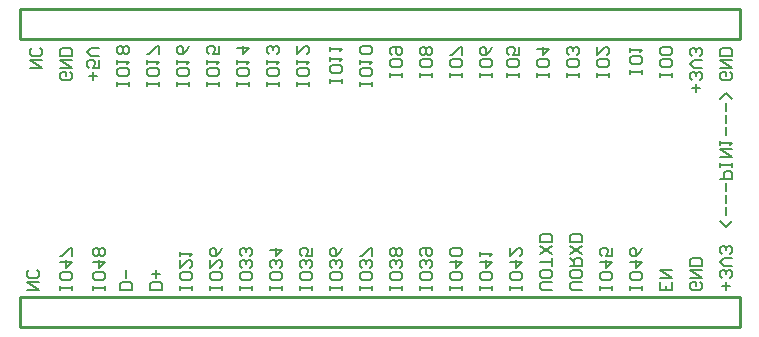
<source format=gbo>
G04*
G04 #@! TF.GenerationSoftware,Altium Limited,Altium Designer,24.3.1 (35)*
G04*
G04 Layer_Color=32896*
%FSLAX25Y25*%
%MOIN*%
G70*
G04*
G04 #@! TF.SameCoordinates,18358673-9EB0-4F65-8AD0-3A3BFD57A4A7*
G04*
G04*
G04 #@! TF.FilePolarity,Positive*
G04*
G01*
G75*
%ADD11C,0.01000*%
%ADD12C,0.00600*%
D11*
X271000Y99500D02*
Y104500D01*
Y107000D01*
Y97000D02*
Y99500D01*
X31000Y107000D02*
X271000Y107000D01*
X31000Y97000D02*
Y107000D01*
Y97000D02*
X271000Y97000D01*
Y3500D02*
Y8500D01*
Y11000D01*
Y1000D02*
Y3500D01*
X31000Y11000D02*
X271000Y11000D01*
X31000Y1000D02*
Y11000D01*
Y1000D02*
X271000Y1000D01*
D12*
X266599Y13600D02*
Y16266D01*
X267932Y14933D02*
X265266D01*
X267932Y17599D02*
X268599Y18265D01*
Y19598D01*
X267932Y20265D01*
X267266D01*
X266599Y19598D01*
Y18932D01*
Y19598D01*
X265933Y20265D01*
X265266D01*
X264600Y19598D01*
Y18265D01*
X265266Y17599D01*
X268599Y21597D02*
X265933D01*
X264600Y22930D01*
X265933Y24263D01*
X268599D01*
X267932Y25596D02*
X268599Y26263D01*
Y27595D01*
X267932Y28262D01*
X267266D01*
X266599Y27595D01*
Y26929D01*
Y27595D01*
X265933Y28262D01*
X265266D01*
X264600Y27595D01*
Y26263D01*
X265266Y25596D01*
X78599Y13600D02*
X74600D01*
Y15599D01*
X75266Y16266D01*
X77932D01*
X78599Y15599D01*
Y13600D01*
X76599Y17599D02*
Y20265D01*
X77932Y18932D02*
X75266D01*
X88599Y13600D02*
Y14933D01*
Y14266D01*
X84600D01*
Y13600D01*
Y14933D01*
X88599Y18932D02*
Y17599D01*
X87932Y16932D01*
X85267D01*
X84600Y17599D01*
Y18932D01*
X85267Y19598D01*
X87932D01*
X88599Y18932D01*
X84600Y23597D02*
Y20931D01*
X87266Y23597D01*
X87932D01*
X88599Y22930D01*
Y21597D01*
X87932Y20931D01*
X84600Y24930D02*
Y26263D01*
Y25596D01*
X88599D01*
X87932Y24930D01*
X178599Y13600D02*
Y14933D01*
Y14266D01*
X174600D01*
Y13600D01*
Y14933D01*
X178599Y18932D02*
Y17599D01*
X177932Y16932D01*
X175267D01*
X174600Y17599D01*
Y18932D01*
X175267Y19598D01*
X177932D01*
X178599Y18932D01*
X174600Y22930D02*
X178599D01*
X176599Y20931D01*
Y23597D01*
X177932Y24930D02*
X178599Y25596D01*
Y26929D01*
X177932Y27595D01*
X175267D01*
X174600Y26929D01*
Y25596D01*
X175267Y24930D01*
X177932D01*
X98599Y13600D02*
Y14933D01*
Y14266D01*
X94600D01*
Y13600D01*
Y14933D01*
X98599Y18932D02*
Y17599D01*
X97932Y16932D01*
X95266D01*
X94600Y17599D01*
Y18932D01*
X95266Y19598D01*
X97932D01*
X98599Y18932D01*
X94600Y23597D02*
Y20931D01*
X97266Y23597D01*
X97932D01*
X98599Y22930D01*
Y21597D01*
X97932Y20931D01*
X98599Y27595D02*
X97932Y26263D01*
X96599Y24930D01*
X95266D01*
X94600Y25596D01*
Y26929D01*
X95266Y27595D01*
X95933D01*
X96599Y26929D01*
Y24930D01*
X108599Y13600D02*
Y14933D01*
Y14266D01*
X104600D01*
Y13600D01*
Y14933D01*
X108599Y18932D02*
Y17599D01*
X107932Y16932D01*
X105266D01*
X104600Y17599D01*
Y18932D01*
X105266Y19598D01*
X107932D01*
X108599Y18932D01*
X107932Y20931D02*
X108599Y21597D01*
Y22930D01*
X107932Y23597D01*
X107266D01*
X106599Y22930D01*
Y22264D01*
Y22930D01*
X105933Y23597D01*
X105266D01*
X104600Y22930D01*
Y21597D01*
X105266Y20931D01*
X107932Y24930D02*
X108599Y25596D01*
Y26929D01*
X107932Y27595D01*
X107266D01*
X106599Y26929D01*
Y26263D01*
Y26929D01*
X105933Y27595D01*
X105266D01*
X104600Y26929D01*
Y25596D01*
X105266Y24930D01*
X118599Y13600D02*
Y14933D01*
Y14266D01*
X114600D01*
Y13600D01*
Y14933D01*
X118599Y18932D02*
Y17599D01*
X117932Y16932D01*
X115267D01*
X114600Y17599D01*
Y18932D01*
X115267Y19598D01*
X117932D01*
X118599Y18932D01*
X117932Y20931D02*
X118599Y21597D01*
Y22930D01*
X117932Y23597D01*
X117266D01*
X116599Y22930D01*
Y22264D01*
Y22930D01*
X115933Y23597D01*
X115267D01*
X114600Y22930D01*
Y21597D01*
X115267Y20931D01*
X114600Y26929D02*
X118599D01*
X116599Y24930D01*
Y27595D01*
X128599Y13600D02*
Y14933D01*
Y14266D01*
X124600D01*
Y13600D01*
Y14933D01*
X128599Y18932D02*
Y17599D01*
X127932Y16932D01*
X125267D01*
X124600Y17599D01*
Y18932D01*
X125267Y19598D01*
X127932D01*
X128599Y18932D01*
X127932Y20931D02*
X128599Y21597D01*
Y22930D01*
X127932Y23597D01*
X127266D01*
X126599Y22930D01*
Y22264D01*
Y22930D01*
X125933Y23597D01*
X125267D01*
X124600Y22930D01*
Y21597D01*
X125267Y20931D01*
X128599Y27595D02*
Y24930D01*
X126599D01*
X127266Y26263D01*
Y26929D01*
X126599Y27595D01*
X125267D01*
X124600Y26929D01*
Y25596D01*
X125267Y24930D01*
X138599Y13600D02*
Y14933D01*
Y14266D01*
X134600D01*
Y13600D01*
Y14933D01*
X138599Y18932D02*
Y17599D01*
X137932Y16932D01*
X135266D01*
X134600Y17599D01*
Y18932D01*
X135266Y19598D01*
X137932D01*
X138599Y18932D01*
X137932Y20931D02*
X138599Y21597D01*
Y22930D01*
X137932Y23597D01*
X137266D01*
X136599Y22930D01*
Y22264D01*
Y22930D01*
X135933Y23597D01*
X135266D01*
X134600Y22930D01*
Y21597D01*
X135266Y20931D01*
X138599Y27595D02*
X137932Y26263D01*
X136599Y24930D01*
X135266D01*
X134600Y25596D01*
Y26929D01*
X135266Y27595D01*
X135933D01*
X136599Y26929D01*
Y24930D01*
X148599Y13600D02*
Y14933D01*
Y14266D01*
X144600D01*
Y13600D01*
Y14933D01*
X148599Y18932D02*
Y17599D01*
X147932Y16932D01*
X145266D01*
X144600Y17599D01*
Y18932D01*
X145266Y19598D01*
X147932D01*
X148599Y18932D01*
X147932Y20931D02*
X148599Y21597D01*
Y22930D01*
X147932Y23597D01*
X147266D01*
X146599Y22930D01*
Y22264D01*
Y22930D01*
X145933Y23597D01*
X145266D01*
X144600Y22930D01*
Y21597D01*
X145266Y20931D01*
X148599Y24930D02*
Y27595D01*
X147932D01*
X145266Y24930D01*
X144600D01*
X158599Y13600D02*
Y14933D01*
Y14266D01*
X154600D01*
Y13600D01*
Y14933D01*
X158599Y18932D02*
Y17599D01*
X157932Y16932D01*
X155266D01*
X154600Y17599D01*
Y18932D01*
X155266Y19598D01*
X157932D01*
X158599Y18932D01*
X157932Y20931D02*
X158599Y21597D01*
Y22930D01*
X157932Y23597D01*
X157266D01*
X156599Y22930D01*
Y22264D01*
Y22930D01*
X155933Y23597D01*
X155266D01*
X154600Y22930D01*
Y21597D01*
X155266Y20931D01*
X157932Y24930D02*
X158599Y25596D01*
Y26929D01*
X157932Y27595D01*
X157266D01*
X156599Y26929D01*
X155933Y27595D01*
X155266D01*
X154600Y26929D01*
Y25596D01*
X155266Y24930D01*
X155933D01*
X156599Y25596D01*
X157266Y24930D01*
X157932D01*
X156599Y25596D02*
Y26929D01*
X168599Y13600D02*
Y14933D01*
Y14266D01*
X164600D01*
Y13600D01*
Y14933D01*
X168599Y18932D02*
Y17599D01*
X167932Y16932D01*
X165267D01*
X164600Y17599D01*
Y18932D01*
X165267Y19598D01*
X167932D01*
X168599Y18932D01*
X167932Y20931D02*
X168599Y21597D01*
Y22930D01*
X167932Y23597D01*
X167266D01*
X166599Y22930D01*
Y22264D01*
Y22930D01*
X165933Y23597D01*
X165267D01*
X164600Y22930D01*
Y21597D01*
X165267Y20931D01*
Y24930D02*
X164600Y25596D01*
Y26929D01*
X165267Y27595D01*
X167932D01*
X168599Y26929D01*
Y25596D01*
X167932Y24930D01*
X167266D01*
X166599Y25596D01*
Y27595D01*
X264600Y36599D02*
X266599Y34600D01*
X268599Y36599D01*
X266599Y38599D02*
Y41265D01*
Y42597D02*
Y45263D01*
Y46596D02*
Y49262D01*
X264600Y50595D02*
X268599D01*
Y52594D01*
X267932Y53261D01*
X266599D01*
X265933Y52594D01*
Y50595D01*
X268599Y54594D02*
Y55926D01*
Y55260D01*
X264600D01*
Y54594D01*
Y55926D01*
Y57926D02*
X268599D01*
X264600Y60592D01*
X268599D01*
X264600Y61924D02*
Y63257D01*
Y62591D01*
X268599D01*
X267932Y61924D01*
X266599Y65257D02*
Y67923D01*
Y69256D02*
Y71921D01*
Y73254D02*
Y75920D01*
X264600Y77253D02*
X266599Y79252D01*
X268599Y77253D01*
X248599Y16266D02*
Y13600D01*
X244600D01*
Y16266D01*
X246599Y13600D02*
Y14933D01*
X244600Y17599D02*
X248599D01*
X244600Y20265D01*
X248599D01*
X257932Y16266D02*
X258599Y15599D01*
Y14266D01*
X257932Y13600D01*
X255266D01*
X254600Y14266D01*
Y15599D01*
X255266Y16266D01*
X256599D01*
Y14933D01*
X254600Y17599D02*
X258599D01*
X254600Y20265D01*
X258599D01*
Y21597D02*
X254600D01*
Y23597D01*
X255266Y24263D01*
X257932D01*
X258599Y23597D01*
Y21597D01*
X68599Y13600D02*
X64600D01*
Y15599D01*
X65267Y16266D01*
X67932D01*
X68599Y15599D01*
Y13600D01*
X66599Y17599D02*
Y20265D01*
X188599Y13600D02*
Y14933D01*
Y14266D01*
X184600D01*
Y13600D01*
Y14933D01*
X188599Y18932D02*
Y17599D01*
X187932Y16932D01*
X185266D01*
X184600Y17599D01*
Y18932D01*
X185266Y19598D01*
X187932D01*
X188599Y18932D01*
X184600Y22930D02*
X188599D01*
X186599Y20931D01*
Y23597D01*
X184600Y24930D02*
Y26263D01*
Y25596D01*
X188599D01*
X187932Y24930D01*
X198599Y13600D02*
Y14933D01*
Y14266D01*
X194600D01*
Y13600D01*
Y14933D01*
X198599Y18932D02*
Y17599D01*
X197932Y16932D01*
X195266D01*
X194600Y17599D01*
Y18932D01*
X195266Y19598D01*
X197932D01*
X198599Y18932D01*
X194600Y22930D02*
X198599D01*
X196599Y20931D01*
Y23597D01*
X194600Y27595D02*
Y24930D01*
X197266Y27595D01*
X197932D01*
X198599Y26929D01*
Y25596D01*
X197932Y24930D01*
X228599Y13600D02*
Y14933D01*
Y14266D01*
X224600D01*
Y13600D01*
Y14933D01*
X228599Y18932D02*
Y17599D01*
X227932Y16932D01*
X225267D01*
X224600Y17599D01*
Y18932D01*
X225267Y19598D01*
X227932D01*
X228599Y18932D01*
X224600Y22930D02*
X228599D01*
X226599Y20931D01*
Y23597D01*
X228599Y27595D02*
Y24930D01*
X226599D01*
X227266Y26263D01*
Y26929D01*
X226599Y27595D01*
X225267D01*
X224600Y26929D01*
Y25596D01*
X225267Y24930D01*
X48599Y13600D02*
Y14933D01*
Y14266D01*
X44600D01*
Y13600D01*
Y14933D01*
X48599Y18932D02*
Y17599D01*
X47932Y16932D01*
X45267D01*
X44600Y17599D01*
Y18932D01*
X45267Y19598D01*
X47932D01*
X48599Y18932D01*
X44600Y22930D02*
X48599D01*
X46599Y20931D01*
Y23597D01*
X48599Y24930D02*
Y27595D01*
X47932D01*
X45267Y24930D01*
X44600D01*
X59599Y13600D02*
Y14933D01*
Y14266D01*
X55600D01*
Y13600D01*
Y14933D01*
X59599Y18932D02*
Y17599D01*
X58932Y16932D01*
X56266D01*
X55600Y17599D01*
Y18932D01*
X56266Y19598D01*
X58932D01*
X59599Y18932D01*
X55600Y22930D02*
X59599D01*
X57599Y20931D01*
Y23597D01*
X58932Y24930D02*
X59599Y25596D01*
Y26929D01*
X58932Y27595D01*
X58266D01*
X57599Y26929D01*
X56933Y27595D01*
X56266D01*
X55600Y26929D01*
Y25596D01*
X56266Y24930D01*
X56933D01*
X57599Y25596D01*
X58266Y24930D01*
X58932D01*
X57599Y25596D02*
Y26929D01*
X33600Y13600D02*
X37599D01*
X33600Y16266D01*
X37599D01*
X36932Y20265D02*
X37599Y19598D01*
Y18265D01*
X36932Y17599D01*
X34266D01*
X33600Y18265D01*
Y19598D01*
X34266Y20265D01*
X238599Y13600D02*
Y14933D01*
Y14266D01*
X234600D01*
Y13600D01*
Y14933D01*
X238599Y18932D02*
Y17599D01*
X237932Y16932D01*
X235266D01*
X234600Y17599D01*
Y18932D01*
X235266Y19598D01*
X237932D01*
X238599Y18932D01*
X234600Y22930D02*
X238599D01*
X236599Y20931D01*
Y23597D01*
X238599Y27595D02*
X237932Y26263D01*
X236599Y24930D01*
X235266D01*
X234600Y25596D01*
Y26929D01*
X235266Y27595D01*
X235933D01*
X236599Y26929D01*
Y24930D01*
X208599Y13600D02*
X205266D01*
X204600Y14266D01*
Y15599D01*
X205266Y16266D01*
X208599D01*
X207932Y17599D02*
X208599Y18265D01*
Y19598D01*
X207932Y20265D01*
X205266D01*
X204600Y19598D01*
Y18265D01*
X205266Y17599D01*
X207932D01*
X208599Y21597D02*
Y24263D01*
Y22930D01*
X204600D01*
X208599Y25596D02*
X204600Y28262D01*
X208599D02*
X204600Y25596D01*
X208599Y29595D02*
X204600D01*
Y31594D01*
X205266Y32261D01*
X207932D01*
X208599Y31594D01*
Y29595D01*
X218599Y13600D02*
X215266D01*
X214600Y14266D01*
Y15599D01*
X215266Y16266D01*
X218599D01*
X217932Y17599D02*
X218599Y18265D01*
Y19598D01*
X217932Y20265D01*
X215266D01*
X214600Y19598D01*
Y18265D01*
X215266Y17599D01*
X217932D01*
X214600Y21597D02*
X218599D01*
Y23597D01*
X217932Y24263D01*
X216599D01*
X215933Y23597D01*
Y21597D01*
Y22930D02*
X214600Y24263D01*
X218599Y25596D02*
X214600Y28262D01*
X218599D02*
X214600Y25596D01*
X218599Y29595D02*
X214600D01*
Y31594D01*
X215266Y32261D01*
X217932D01*
X218599Y31594D01*
Y29595D01*
X267932Y86266D02*
X268599Y85599D01*
Y84266D01*
X267932Y83600D01*
X265266D01*
X264600Y84266D01*
Y85599D01*
X265266Y86266D01*
X266599D01*
Y84933D01*
X264600Y87599D02*
X268599D01*
X264600Y90264D01*
X268599D01*
Y91597D02*
X264600D01*
Y93597D01*
X265266Y94263D01*
X267932D01*
X268599Y93597D01*
Y91597D01*
X256599Y79600D02*
Y82266D01*
X257932Y80933D02*
X255266D01*
X257932Y83599D02*
X258599Y84265D01*
Y85598D01*
X257932Y86264D01*
X257266D01*
X256599Y85598D01*
Y84932D01*
Y85598D01*
X255933Y86264D01*
X255266D01*
X254600Y85598D01*
Y84265D01*
X255266Y83599D01*
X258599Y87597D02*
X255933D01*
X254600Y88930D01*
X255933Y90263D01*
X258599D01*
X257932Y91596D02*
X258599Y92263D01*
Y93595D01*
X257932Y94262D01*
X257266D01*
X256599Y93595D01*
Y92929D01*
Y93595D01*
X255933Y94262D01*
X255266D01*
X254600Y93595D01*
Y92263D01*
X255266Y91596D01*
X248599Y84600D02*
Y85933D01*
Y85266D01*
X244600D01*
Y84600D01*
Y85933D01*
X248599Y89932D02*
Y88599D01*
X247932Y87932D01*
X245266D01*
X244600Y88599D01*
Y89932D01*
X245266Y90598D01*
X247932D01*
X248599Y89932D01*
X247932Y91931D02*
X248599Y92597D01*
Y93930D01*
X247932Y94597D01*
X245266D01*
X244600Y93930D01*
Y92597D01*
X245266Y91931D01*
X247932D01*
X238599Y85600D02*
Y86933D01*
Y86266D01*
X234600D01*
Y85600D01*
Y86933D01*
X238599Y90932D02*
Y89599D01*
X237932Y88932D01*
X235266D01*
X234600Y89599D01*
Y90932D01*
X235266Y91598D01*
X237932D01*
X238599Y90932D01*
X234600Y92931D02*
Y94264D01*
Y93597D01*
X238599D01*
X237932Y92931D01*
X227599Y84600D02*
Y85933D01*
Y85266D01*
X223600D01*
Y84600D01*
Y85933D01*
X227599Y89932D02*
Y88599D01*
X226932Y87932D01*
X224266D01*
X223600Y88599D01*
Y89932D01*
X224266Y90598D01*
X226932D01*
X227599Y89932D01*
X223600Y94597D02*
Y91931D01*
X226266Y94597D01*
X226932D01*
X227599Y93930D01*
Y92597D01*
X226932Y91931D01*
X217599Y84600D02*
Y85933D01*
Y85266D01*
X213600D01*
Y84600D01*
Y85933D01*
X217599Y89932D02*
Y88599D01*
X216932Y87932D01*
X214266D01*
X213600Y88599D01*
Y89932D01*
X214266Y90598D01*
X216932D01*
X217599Y89932D01*
X216932Y91931D02*
X217599Y92597D01*
Y93930D01*
X216932Y94597D01*
X216266D01*
X215599Y93930D01*
Y93264D01*
Y93930D01*
X214933Y94597D01*
X214266D01*
X213600Y93930D01*
Y92597D01*
X214266Y91931D01*
X207599Y84600D02*
Y85933D01*
Y85266D01*
X203600D01*
Y84600D01*
Y85933D01*
X207599Y89932D02*
Y88599D01*
X206932Y87932D01*
X204267D01*
X203600Y88599D01*
Y89932D01*
X204267Y90598D01*
X206932D01*
X207599Y89932D01*
X203600Y93930D02*
X207599D01*
X205599Y91931D01*
Y94597D01*
X197599Y84600D02*
Y85933D01*
Y85266D01*
X193600D01*
Y84600D01*
Y85933D01*
X197599Y89932D02*
Y88599D01*
X196932Y87932D01*
X194266D01*
X193600Y88599D01*
Y89932D01*
X194266Y90598D01*
X196932D01*
X197599Y89932D01*
Y94597D02*
Y91931D01*
X195599D01*
X196266Y93264D01*
Y93930D01*
X195599Y94597D01*
X194266D01*
X193600Y93930D01*
Y92597D01*
X194266Y91931D01*
X188599Y84600D02*
Y85933D01*
Y85266D01*
X184600D01*
Y84600D01*
Y85933D01*
X188599Y89932D02*
Y88599D01*
X187932Y87932D01*
X185266D01*
X184600Y88599D01*
Y89932D01*
X185266Y90598D01*
X187932D01*
X188599Y89932D01*
Y94597D02*
X187932Y93264D01*
X186599Y91931D01*
X185266D01*
X184600Y92597D01*
Y93930D01*
X185266Y94597D01*
X185933D01*
X186599Y93930D01*
Y91931D01*
X178599Y84600D02*
Y85933D01*
Y85266D01*
X174600D01*
Y84600D01*
Y85933D01*
X178599Y89932D02*
Y88599D01*
X177932Y87932D01*
X175267D01*
X174600Y88599D01*
Y89932D01*
X175267Y90598D01*
X177932D01*
X178599Y89932D01*
Y91931D02*
Y94597D01*
X177932D01*
X175267Y91931D01*
X174600D01*
X168599Y84600D02*
Y85933D01*
Y85266D01*
X164600D01*
Y84600D01*
Y85933D01*
X168599Y89932D02*
Y88599D01*
X167932Y87932D01*
X165267D01*
X164600Y88599D01*
Y89932D01*
X165267Y90598D01*
X167932D01*
X168599Y89932D01*
X167932Y91931D02*
X168599Y92597D01*
Y93930D01*
X167932Y94597D01*
X167266D01*
X166599Y93930D01*
X165933Y94597D01*
X165267D01*
X164600Y93930D01*
Y92597D01*
X165267Y91931D01*
X165933D01*
X166599Y92597D01*
X167266Y91931D01*
X167932D01*
X166599Y92597D02*
Y93930D01*
X158599Y84600D02*
Y85933D01*
Y85266D01*
X154600D01*
Y84600D01*
Y85933D01*
X158599Y89932D02*
Y88599D01*
X157932Y87932D01*
X155266D01*
X154600Y88599D01*
Y89932D01*
X155266Y90598D01*
X157932D01*
X158599Y89932D01*
X155266Y91931D02*
X154600Y92597D01*
Y93930D01*
X155266Y94597D01*
X157932D01*
X158599Y93930D01*
Y92597D01*
X157932Y91931D01*
X157266D01*
X156599Y92597D01*
Y94597D01*
X148599Y81600D02*
Y82933D01*
Y82266D01*
X144600D01*
Y81600D01*
Y82933D01*
X148599Y86932D02*
Y85599D01*
X147932Y84932D01*
X145266D01*
X144600Y85599D01*
Y86932D01*
X145266Y87598D01*
X147932D01*
X148599Y86932D01*
X144600Y88931D02*
Y90264D01*
Y89597D01*
X148599D01*
X147932Y88931D01*
Y92263D02*
X148599Y92930D01*
Y94263D01*
X147932Y94929D01*
X145266D01*
X144600Y94263D01*
Y92930D01*
X145266Y92263D01*
X147932D01*
X138599Y82600D02*
Y83933D01*
Y83266D01*
X134600D01*
Y82600D01*
Y83933D01*
X138599Y87932D02*
Y86599D01*
X137932Y85932D01*
X135266D01*
X134600Y86599D01*
Y87932D01*
X135266Y88598D01*
X137932D01*
X138599Y87932D01*
X134600Y89931D02*
Y91264D01*
Y90597D01*
X138599D01*
X137932Y89931D01*
X134600Y93263D02*
Y94596D01*
Y93930D01*
X138599D01*
X137932Y93263D01*
X127599Y81600D02*
Y82933D01*
Y82266D01*
X123600D01*
Y81600D01*
Y82933D01*
X127599Y86932D02*
Y85599D01*
X126932Y84932D01*
X124267D01*
X123600Y85599D01*
Y86932D01*
X124267Y87598D01*
X126932D01*
X127599Y86932D01*
X123600Y88931D02*
Y90264D01*
Y89597D01*
X127599D01*
X126932Y88931D01*
X123600Y94929D02*
Y92263D01*
X126266Y94929D01*
X126932D01*
X127599Y94263D01*
Y92930D01*
X126932Y92263D01*
X117599Y81600D02*
Y82933D01*
Y82266D01*
X113600D01*
Y81600D01*
Y82933D01*
X117599Y86932D02*
Y85599D01*
X116932Y84932D01*
X114267D01*
X113600Y85599D01*
Y86932D01*
X114267Y87598D01*
X116932D01*
X117599Y86932D01*
X113600Y88931D02*
Y90264D01*
Y89597D01*
X117599D01*
X116932Y88931D01*
Y92263D02*
X117599Y92930D01*
Y94263D01*
X116932Y94929D01*
X116266D01*
X115599Y94263D01*
Y93596D01*
Y94263D01*
X114933Y94929D01*
X114267D01*
X113600Y94263D01*
Y92930D01*
X114267Y92263D01*
X107599Y81600D02*
Y82933D01*
Y82266D01*
X103600D01*
Y81600D01*
Y82933D01*
X107599Y86932D02*
Y85599D01*
X106932Y84932D01*
X104267D01*
X103600Y85599D01*
Y86932D01*
X104267Y87598D01*
X106932D01*
X107599Y86932D01*
X103600Y88931D02*
Y90264D01*
Y89597D01*
X107599D01*
X106932Y88931D01*
X103600Y94263D02*
X107599D01*
X105599Y92263D01*
Y94929D01*
X97599Y81600D02*
Y82933D01*
Y82266D01*
X93600D01*
Y81600D01*
Y82933D01*
X97599Y86932D02*
Y85599D01*
X96932Y84932D01*
X94266D01*
X93600Y85599D01*
Y86932D01*
X94266Y87598D01*
X96932D01*
X97599Y86932D01*
X93600Y88931D02*
Y90264D01*
Y89597D01*
X97599D01*
X96932Y88931D01*
X97599Y94929D02*
Y92263D01*
X95599D01*
X96266Y93596D01*
Y94263D01*
X95599Y94929D01*
X94266D01*
X93600Y94263D01*
Y92930D01*
X94266Y92263D01*
X67599Y81600D02*
Y82933D01*
Y82266D01*
X63600D01*
Y81600D01*
Y82933D01*
X67599Y86932D02*
Y85599D01*
X66932Y84932D01*
X64266D01*
X63600Y85599D01*
Y86932D01*
X64266Y87598D01*
X66932D01*
X67599Y86932D01*
X63600Y88931D02*
Y90264D01*
Y89597D01*
X67599D01*
X66932Y88931D01*
Y92263D02*
X67599Y92930D01*
Y94263D01*
X66932Y94929D01*
X66266D01*
X65599Y94263D01*
X64933Y94929D01*
X64266D01*
X63600Y94263D01*
Y92930D01*
X64266Y92263D01*
X64933D01*
X65599Y92930D01*
X66266Y92263D01*
X66932D01*
X65599Y92930D02*
Y94263D01*
X77599Y81600D02*
Y82933D01*
Y82266D01*
X73600D01*
Y81600D01*
Y82933D01*
X77599Y86932D02*
Y85599D01*
X76932Y84932D01*
X74266D01*
X73600Y85599D01*
Y86932D01*
X74266Y87598D01*
X76932D01*
X77599Y86932D01*
X73600Y88931D02*
Y90264D01*
Y89597D01*
X77599D01*
X76932Y88931D01*
X77599Y92263D02*
Y94929D01*
X76932D01*
X74266Y92263D01*
X73600D01*
X87599Y81600D02*
Y82933D01*
Y82266D01*
X83600D01*
Y81600D01*
Y82933D01*
X87599Y86932D02*
Y85599D01*
X86932Y84932D01*
X84266D01*
X83600Y85599D01*
Y86932D01*
X84266Y87598D01*
X86932D01*
X87599Y86932D01*
X83600Y88931D02*
Y90264D01*
Y89597D01*
X87599D01*
X86932Y88931D01*
X87599Y94929D02*
X86932Y93596D01*
X85599Y92263D01*
X84266D01*
X83600Y92930D01*
Y94263D01*
X84266Y94929D01*
X84933D01*
X85599Y94263D01*
Y92263D01*
X55599Y83600D02*
Y86266D01*
X56932Y84933D02*
X54266D01*
X57599Y90264D02*
Y87599D01*
X55599D01*
X56266Y88932D01*
Y89598D01*
X55599Y90264D01*
X54266D01*
X53600Y89598D01*
Y88265D01*
X54266Y87599D01*
X57599Y91597D02*
X54933D01*
X53600Y92930D01*
X54933Y94263D01*
X57599D01*
X47932Y86266D02*
X48599Y85599D01*
Y84266D01*
X47932Y83600D01*
X45266D01*
X44600Y84266D01*
Y85599D01*
X45266Y86266D01*
X46599D01*
Y84933D01*
X44600Y87599D02*
X48599D01*
X44600Y90264D01*
X48599D01*
Y91597D02*
X44600D01*
Y93597D01*
X45266Y94263D01*
X47932D01*
X48599Y93597D01*
Y91597D01*
X34600Y87600D02*
X38599D01*
X34600Y90266D01*
X38599D01*
X37932Y94265D02*
X38599Y93598D01*
Y92265D01*
X37932Y91599D01*
X35266D01*
X34600Y92265D01*
Y93598D01*
X35266Y94265D01*
M02*

</source>
